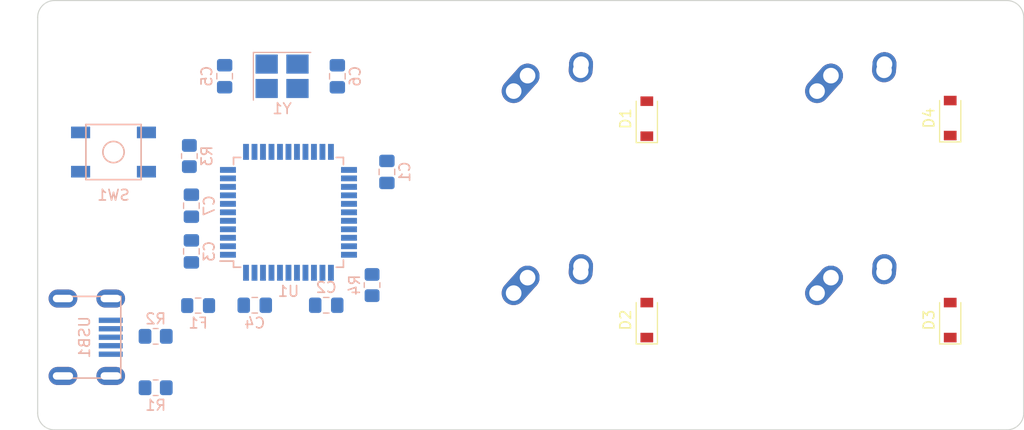
<source format=kicad_pcb>
(kicad_pcb (version 20211014) (generator pcbnew)
  (layers (0 "F.Cu" signal) (31 "B.Cu" signal) (34 "B.Paste" user) (35 "F.Paste" user) (36 "B.SilkS" user "B.Silkscreen") (37 "F.SilkS" user "F.Silkscreen") (38 "B.Mask" user) (39 "F.Mask" user) (44 "Edge.Cuts" user))
  (net 0 "")
  (net 1 "+5V")
  (net 2 "GND")
  (net 3 "Net-(C5-Pad2)")
  (net 4 "Net-(C6-Pad2)")
  (net 5 "Net-(C7-Pad2)")
  (net 6 "ROW0")
  (net 7 "Net-(D1-Pad2)")
  (net 8 "ROW1")
  (net 9 "Net-(D2-Pad2)")
  (net 10 "Net-(D3-Pad2)")
  (net 11 "Net-(D4-Pad2)")
  (net 12 "VCC")
  (net 13 "COL0")
  (net 14 "COL1")
  (net 15 "D-")
  (net 16 "Net-(R1-Pad2)")
  (net 17 "Net-(R2-Pad1)")
  (net 18 "D+")
  (net 19 "Net-(R3-Pad2)")
  (net 20 "Net-(R4-Pad1)")
  (footprint "Diode_SMD:D_SOD-123" (layer "F.Cu") (at 184.37225 105.537 90)
    (fp_text reference "D3" (at 0 -2 90) (layer "F.SilkS"))
    (fp_text value "D_Small")
    (fp_line (start -2.25 -1) (end 1.65 -1) (layer "F.SilkS") (width 0.12))
    (fp_line (start -2.25 1) (end 1.65 1) (layer "F.SilkS") (width 0.12))
    (fp_line (start -2.25 -1) (end -2.25 1) (layer "F.SilkS") (width 0.12))
    (pad "1" smd rect (at -1.65 0 90) (size 0.9 1.2) (layers "F.Cu" "F.Paste" "F.Mask") (net 8 "ROW1"))
    (pad "2" smd rect (at 1.65 0 90) (size 0.9 1.2) (layers "F.Cu" "F.Paste" "F.Mask") (net 10 "Net-(D3-Pad2)"))
  )
  (footprint "Diode_SMD:D_SOD-123" (layer "F.Cu") (at 155.79725 105.537 90)
    (fp_text reference "D2" (at 0 -2 90) (layer "F.SilkS"))
    (fp_text value "D_Small")
    (fp_line (start -2.25 -1) (end -2.25 1) (layer "F.SilkS") (width 0.12))
    (fp_line (start -2.25 1) (end 1.65 1) (layer "F.SilkS") (width 0.12))
    (fp_line (start -2.25 -1) (end 1.65 -1) (layer "F.SilkS") (width 0.12))
    (pad "1" smd rect (at -1.65 0 90) (size 0.9 1.2) (layers "F.Cu" "F.Paste" "F.Mask") (net 8 "ROW1"))
    (pad "2" smd rect (at 1.65 0 90) (size 0.9 1.2) (layers "F.Cu" "F.Paste" "F.Mask") (net 9 "Net-(D2-Pad2)"))
  )
  (footprint "MX_Alps_Hybrid:MX-1.5U-NoLED" (layer "F.Cu") (at 147.066 86.487)
    (fp_text reference "MX1")
    (fp_text value "MX-NoLED")
    (pad "" np_thru_hole circle locked (at 5.08 0 48.0996) (size 1.75 1.75) (drill 1.75) (layers *.Cu *.Mask))
    (pad "" np_thru_hole circle locked (at -5.08 0 48.0996) (size 1.75 1.75) (drill 1.75) (layers *.Cu *.Mask))
    (pad "" np_thru_hole circle locked (at 0 0) (size 3.9878 3.9878) (drill 3.9878) (layers *.Cu *.Mask))
    (pad "1" thru_hole oval locked (at -3.81 -2.54 48.0996) (size 4.211556 2.25) (drill 1.47 (offset 0.980778 0)) (layers *.Cu "B.Mask") (net 13 "COL0"))
    (pad "1" thru_hole circle locked (at -2.5 -4) (size 2.25 2.25) (drill 1.47) (layers *.Cu "B.Mask") (net 13 "COL0"))
    (pad "2" thru_hole circle locked (at 2.54 -5.08) (size 2.25 2.25) (drill 1.47) (layers *.Cu "B.Mask") (net 7 "Net-(D1-Pad2)"))
    (pad "2" thru_hole oval locked (at 2.5 -4.5 86.0548) (size 2.831378 2.25) (drill 1.47 (offset 0.290689 0)) (layers *.Cu "B.Mask") (net 7 "Net-(D1-Pad2)"))
  )
  (footprint "MX_Alps_Hybrid:MX-1.5U-NoLED" (layer "F.Cu") (at 147.066 105.537)
    (fp_text reference "MX3")
    (fp_text value "MX-NoLED")
    (pad "" np_thru_hole circle locked (at -5.08 0 48.0996) (size 1.75 1.75) (drill 1.75) (layers *.Cu *.Mask))
    (pad "" np_thru_hole circle locked (at 0 0) (size 3.9878 3.9878) (drill 3.9878) (layers *.Cu *.Mask))
    (pad "" np_thru_hole circle locked (at 5.08 0 48.0996) (size 1.75 1.75) (drill 1.75) (layers *.Cu *.Mask))
    (pad "1" thru_hole circle locked (at -2.5 -4) (size 2.25 2.25) (drill 1.47) (layers *.Cu "B.Mask") (net 14 "COL1"))
    (pad "1" thru_hole oval locked (at -3.81 -2.54 48.0996) (size 4.211556 2.25) (drill 1.47 (offset 0.980778 0)) (layers *.Cu "B.Mask") (net 14 "COL1"))
    (pad "2" thru_hole oval locked (at 2.5 -4.5 86.0548) (size 2.831378 2.25) (drill 1.47 (offset 0.290689 0)) (layers *.Cu "B.Mask") (net 11 "Net-(D4-Pad2)"))
    (pad "2" thru_hole circle locked (at 2.54 -5.08) (size 2.25 2.25) (drill 1.47) (layers *.Cu "B.Mask") (net 11 "Net-(D4-Pad2)"))
  )
  (footprint "Diode_SMD:D_SOD-123" (layer "F.Cu") (at 155.79725 86.5495 90)
    (fp_text reference "D1" (at 0 -2 90) (layer "F.SilkS"))
    (fp_text value "D_Small")
    (fp_line (start -2.25 -1) (end 1.65 -1) (layer "F.SilkS") (width 0.12))
    (fp_line (start -2.25 1) (end 1.65 1) (layer "F.SilkS") (width 0.12))
    (fp_line (start -2.25 -1) (end -2.25 1) (layer "F.SilkS") (width 0.12))
    (pad "1" smd rect (at -1.65 0 90) (size 0.9 1.2) (layers "F.Cu" "F.Paste" "F.Mask") (net 6 "ROW0"))
    (pad "2" smd rect (at 1.65 0 90) (size 0.9 1.2) (layers "F.Cu" "F.Paste" "F.Mask") (net 7 "Net-(D1-Pad2)"))
  )
  (footprint "MX_Alps_Hybrid:MX-1.5U-NoLED" (layer "F.Cu") (at 175.641 105.537)
    (fp_text reference "MX4")
    (fp_text value "MX-NoLED")
    (pad "" np_thru_hole circle locked (at -5.08 0 48.0996) (size 1.75 1.75) (drill 1.75) (layers *.Cu *.Mask))
    (pad "" np_thru_hole circle locked (at 5.08 0 48.0996) (size 1.75 1.75) (drill 1.75) (layers *.Cu *.Mask))
    (pad "" np_thru_hole circle locked (at 0 0) (size 3.9878 3.9878) (drill 3.9878) (layers *.Cu *.Mask))
    (pad "1" thru_hole oval locked (at -3.81 -2.54 48.0996) (size 4.211556 2.25) (drill 1.47 (offset 0.980778 0)) (layers *.Cu "B.Mask") (net 14 "COL1"))
    (pad "1" thru_hole circle locked (at -2.5 -4) (size 2.25 2.25) (drill 1.47) (layers *.Cu "B.Mask") (net 14 "COL1"))
    (pad "2" thru_hole oval locked (at 2.5 -4.5 86.0548) (size 2.831378 2.25) (drill 1.47 (offset 0.290689 0)) (layers *.Cu "B.Mask") (net 10 "Net-(D3-Pad2)"))
    (pad "2" thru_hole circle locked (at 2.54 -5.08) (size 2.25 2.25) (drill 1.47) (layers *.Cu "B.Mask") (net 10 "Net-(D3-Pad2)"))
  )
  (footprint "Diode_SMD:D_SOD-123" (layer "F.Cu") (at 184.37225 86.487 90)
    (fp_text reference "D4" (at 0 -2 90) (layer "F.SilkS"))
    (fp_text value "D_Small")
    (fp_line (start -2.25 -1) (end -2.25 1) (layer "F.SilkS") (width 0.12))
    (fp_line (start -2.25 1) (end 1.65 1) (layer "F.SilkS") (width 0.12))
    (fp_line (start -2.25 -1) (end 1.65 -1) (layer "F.SilkS") (width 0.12))
    (pad "1" smd rect (at -1.65 0 90) (size 0.9 1.2) (layers "F.Cu" "F.Paste" "F.Mask") (net 6 "ROW0"))
    (pad "2" smd rect (at 1.65 0 90) (size 0.9 1.2) (layers "F.Cu" "F.Paste" "F.Mask") (net 11 "Net-(D4-Pad2)"))
  )
  (footprint "MX_Alps_Hybrid:MX-1.5U-NoLED" (layer "F.Cu") (at 175.641 86.487)
    (fp_text reference "MX2")
    (fp_text value "MX-NoLED")
    (pad "" np_thru_hole circle locked (at -5.08 0 48.0996) (size 1.75 1.75) (drill 1.75) (layers *.Cu *.Mask))
    (pad "" np_thru_hole circle locked (at 5.08 0 48.0996) (size 1.75 1.75) (drill 1.75) (layers *.Cu *.Mask))
    (pad "" np_thru_hole circle locked (at 0 0) (size 3.9878 3.9878) (drill 3.9878) (layers *.Cu *.Mask))
    (pad "1" thru_hole circle locked (at -2.5 -4) (size 2.25 2.25) (drill 1.47) (layers *.Cu "B.Mask") (net 13 "COL0"))
    (pad "1" thru_hole oval locked (at -3.81 -2.54 48.0996) (size 4.211556 2.25) (drill 1.47 (offset 0.980778 0)) (layers *.Cu "B.Mask") (net 13 "COL0"))
    (pad "2" thru_hole circle locked (at 2.54 -5.08) (size 2.25 2.25) (drill 1.47) (layers *.Cu "B.Mask") (net 9 "Net-(D2-Pad2)"))
    (pad "2" thru_hole oval locked (at 2.5 -4.5 86.0548) (size 2.831378 2.25) (drill 1.47 (offset 0.290689 0)) (layers *.Cu "B.Mask") (net 9 "Net-(D2-Pad2)"))
  )
  (footprint "Crystal:Crystal_SMD_3225-4Pin_3.2x2.5mm_HandSoldering" (layer "B.Cu") (at 121.44375 82.55)
    (fp_text reference "Y1" (at 0 3.05) (layer "B.SilkS") (effects (justify mirror)))
    (fp_text value "Crystal_GND24_Small")
    (fp_line (start -2.7 -2.25) (end 2.7 -2.25) (layer "B.SilkS") (width 0.12))
    (fp_line (start -2.7 2.25) (end -2.7 -2.25) (layer "B.SilkS") (width 0.12))
    (pad "1" smd rect (at -1.45 -1.15) (size 2.1 1.8) (layers "B.Cu" "B.Paste" "B.Mask") (net 2 "GND"))
    (pad "2" smd rect (at 1.45 -1.15) (size 2.1 1.8) (layers "B.Cu" "B.Paste" "B.Mask") (net 4 "Net-(C6-Pad2)"))
    (pad "3" smd rect (at 1.45 1.15) (size 2.1 1.8) (layers "B.Cu" "B.Paste" "B.Mask") (net 2 "GND"))
    (pad "4" smd rect (at -1.45 1.15) (size 2.1 1.8) (layers "B.Cu" "B.Paste" "B.Mask") (net 3 "Net-(C5-Pad2)"))
  )
  (footprint "Capacitor_SMD:C_0805_2012Metric_Pad1.18x1.45mm_HandSolder" (layer "B.Cu") (at 112.903 99.06 90)
    (fp_text reference "C3" (at 0 1.68 90) (layer "B.SilkS") (effects (justify mirror)))
    (fp_text value "0.1uF")
    (fp_line (start -0.261252 0.735) (end 0.261252 0.735) (layer "B.SilkS") (width 0.12))
    (fp_line (start -0.261252 -0.735) (end 0.261252 -0.735) (layer "B.SilkS") (width 0.12))
    (pad "1" smd roundrect (at -1.0375 0 90) (size 1.175 1.45) (layers "B.Cu" "B.Paste" "B.Mask") (roundrect_rratio 0.212766) (net 1 "+5V"))
    (pad "2" smd roundrect (at 1.0375 0 90) (size 1.175 1.45) (layers "B.Cu" "B.Paste" "B.Mask") (roundrect_rratio 0.212766) (net 2 "GND"))
  )
  (footprint "Resistor_SMD:R_0805_2012Metric_Pad1.20x1.40mm_HandSolder" (layer "B.Cu") (at 112.7125 90.06875 90)
    (fp_text reference "R3" (at 0 1.65 90) (layer "B.SilkS") (effects (justify mirror)))
    (fp_text value "10k")
    (fp_line (start -0.227064 -0.735) (end 0.227064 -0.735) (layer "B.SilkS") (width 0.12))
    (fp_line (start -0.227064 0.735) (end 0.227064 0.735) (layer "B.SilkS") (width 0.12))
    (pad "1" smd roundrect (at -1 0 90) (size 1.2 1.4) (layers "B.Cu" "B.Paste" "B.Mask") (roundrect_rratio 0.208333) (net 1 "+5V"))
    (pad "2" smd roundrect (at 1 0 90) (size 1.2 1.4) (layers "B.Cu" "B.Paste" "B.Mask") (roundrect_rratio 0.208333) (net 19 "Net-(R3-Pad2)"))
  )
  (footprint "Resistor_SMD:R_0805_2012Metric_Pad1.20x1.40mm_HandSolder" (layer "B.Cu") (at 129.921 102.235 -90)
    (fp_text reference "R4" (at 0 1.65 90) (layer "B.SilkS") (effects (justify mirror)))
    (fp_text value "10k")
    (fp_line (start -0.227064 0.735) (end 0.227064 0.735) (layer "B.SilkS") (width 0.12))
    (fp_line (start -0.227064 -0.735) (end 0.227064 -0.735) (layer "B.SilkS") (width 0.12))
    (pad "1" smd roundrect (at -1 0 270) (size 1.2 1.4) (layers "B.Cu" "B.Paste" "B.Mask") (roundrect_rratio 0.208333) (net 20 "Net-(R4-Pad1)"))
    (pad "2" smd roundrect (at 1 0 270) (size 1.2 1.4) (layers "B.Cu" "B.Paste" "B.Mask") (roundrect_rratio 0.208333) (net 2 "GND"))
  )
  (footprint "Capacitor_SMD:C_0805_2012Metric_Pad1.18x1.45mm_HandSolder" (layer "B.Cu") (at 131.318 91.567 90)
    (fp_text reference "C1" (at 0 1.68 90) (layer "B.SilkS") (effects (justify mirror)))
    (fp_text value "0.1uF")
    (fp_line (start -0.261252 0.735) (end 0.261252 0.735) (layer "B.SilkS") (width 0.12))
    (fp_line (start -0.261252 -0.735) (end 0.261252 -0.735) (layer "B.SilkS") (width 0.12))
    (pad "1" smd roundrect (at -1.0375 0 90) (size 1.175 1.45) (layers "B.Cu" "B.Paste" "B.Mask") (roundrect_rratio 0.212766) (net 1 "+5V"))
    (pad "2" smd roundrect (at 1.0375 0 90) (size 1.175 1.45) (layers "B.Cu" "B.Paste" "B.Mask") (roundrect_rratio 0.212766) (net 2 "GND"))
  )
  (footprint "Capacitor_SMD:C_0805_2012Metric_Pad1.18x1.45mm_HandSolder" (layer "B.Cu") (at 116.03575 82.543 -90)
    (fp_text reference "C5" (at 0 1.68 90) (layer "B.SilkS") (effects (justify mirror)))
    (fp_text value "22pF")
    (fp_line (start -0.261252 0.735) (end 0.261252 0.735) (layer "B.SilkS") (width 0.12))
    (fp_line (start -0.261252 -0.735) (end 0.261252 -0.735) (layer "B.SilkS") (width 0.12))
    (pad "1" smd roundrect (at -1.0375 0 270) (size 1.175 1.45) (layers "B.Cu" "B.Paste" "B.Mask") (roundrect_rratio 0.212766) (net 2 "GND"))
    (pad "2" smd roundrect (at 1.0375 0 270) (size 1.175 1.45) (layers "B.Cu" "B.Paste" "B.Mask") (roundrect_rratio 0.212766) (net 3 "Net-(C5-Pad2)"))
  )
  (footprint "Capacitor_SMD:C_0805_2012Metric_Pad1.18x1.45mm_HandSolder" (layer "B.Cu") (at 118.872 104.14)
    (fp_text reference "C4" (at 0 1.68) (layer "B.SilkS") (effects (justify mirror)))
    (fp_text value "10uF")
    (fp_line (start -0.261252 -0.735) (end 0.261252 -0.735) (layer "B.SilkS") (width 0.12))
    (fp_line (start -0.261252 0.735) (end 0.261252 0.735) (layer "B.SilkS") (width 0.12))
    (pad "1" smd roundrect (at -1.0375 0) (size 1.175 1.45) (layers "B.Cu" "B.Paste" "B.Mask") (roundrect_rratio 0.212766) (net 1 "+5V"))
    (pad "2" smd roundrect (at 1.0375 0) (size 1.175 1.45) (layers "B.Cu" "B.Paste" "B.Mask") (roundrect_rratio 0.212766) (net 2 "GND"))
  )
  (footprint "Resistor_SMD:R_0805_2012Metric_Pad1.20x1.40mm_HandSolder" (layer "B.Cu") (at 109.5375 111.91875)
    (fp_text reference "R1" (at 0 1.65) (layer "B.SilkS") (effects (justify mirror)))
    (fp_text value "22")
    (fp_line (start -0.227064 0.735) (end 0.227064 0.735) (layer "B.SilkS") (width 0.12))
    (fp_line (start -0.227064 -0.735) (end 0.227064 -0.735) (layer "B.SilkS") (width 0.12))
    (pad "1" smd roundrect (at -1 0) (size 1.2 1.4) (layers "B.Cu" "B.Paste" "B.Mask") (roundrect_rratio 0.208333) (net 15 "D-"))
    (pad "2" smd roundrect (at 1 0) (size 1.2 1.4) (layers "B.Cu" "B.Paste" "B.Mask") (roundrect_rratio 0.208333) (net 16 "Net-(R1-Pad2)"))
  )
  (footprint "random-keyboard-parts:Molex-0548190589" (layer "B.Cu") (at 100.80625 107.15625)
    (fp_text reference "USB1" (at 2.032 0 90) (layer "B.SilkS") (effects (justify mirror)))
    (fp_text value "Molex-0548190589")
    (fp_line (start 5.45 3.85) (end 5.45 -3.85) (layer "B.SilkS") (width 0.15))
    (fp_line (start 0 -3.85) (end 5.45 -3.85) (layer "B.SilkS") (width 0.15))
    (fp_line (start 0 3.85) (end 5.45 3.85) (layer "B.SilkS") (width 0.15))
    (pad "1" smd rect locked (at 4.5 -1.6) (size 2.25 0.5) (layers "B.Cu" "B.Paste" "B.Mask") (net 2 "GND"))
    (pad "2" smd rect locked (at 4.5 -0.8) (size 2.25 0.5) (layers "B.Cu" "B.Paste" "B.Mask"))
    (pad "3" smd rect locked (at 4.5 0) (size 2.25 0.5) (layers "B.Cu" "B.Paste" "B.Mask") (net 18 "D+"))
    (pad "4" smd rect locked (at 4.5 0.8) (size 2.25 0.5) (layers "B.Cu" "B.Paste" "B.Mask") (net 15 "D-"))
    (pad "5" smd rect locked (at 4.5 1.6) (size 2.25 0.5) (layers "B.Cu" "B.Paste" "B.Mask") (net 12 "VCC"))
    (pad "6" thru_hole oval locked (at 0 -3.65) (size 2.7 1.7) (drill oval 1.9 0.7) (layers *.Cu *.Mask) (net 2 "GND"))
    (pad "6" thru_hole oval locked (at 0 3.65) (size 2.7 1.7) (drill oval 1.9 0.7) (layers *.Cu *.Mask) (net 2 "GND"))
    (pad "6" thru_hole oval locked (at 4.5 -3.65) (size 2.7 1.7) (drill oval 1.9 0.7) (layers *.Cu *.Mask) (net 2 "GND"))
    (pad "6" thru_hole oval locked (at 4.5 3.65) (size 2.7 1.7) (drill oval 1.9 0.7) (layers *.Cu *.Mask) (net 2 "GND"))
  )
  (footprint "Capacitor_SMD:C_0805_2012Metric_Pad1.18x1.45mm_HandSolder" (layer "B.Cu") (at 126.65075 82.55 90)
    (fp_text reference "C6" (at 0 1.68 90) (layer "B.SilkS") (effects (justify mirror)))
    (fp_text value "22pF")
    (fp_line (start -0.261252 -0.735) (end 0.261252 -0.735) (layer "B.SilkS") (width 0.12))
    (fp_line (start -0.261252 0.735) (end 0.261252 0.735) (layer "B.SilkS") (width 0.12))
    (pad "1" smd roundrect (at -1.0375 0 90) (size 1.175 1.45) (layers "B.Cu" "B.Paste" "B.Mask") (roundrect_rratio 0.212766) (net 2 "GND"))
    (pad "2" smd roundrect (at 1.0375 0 90) (size 1.175 1.45) (layers "B.Cu" "B.Paste" "B.Mask") (roundrect_rratio 0.212766) (net 4 "Net-(C6-Pad2)"))
  )
  (footprint "Fuse:Fuse_0805_2012Metric_Pad1.15x1.40mm_HandSolder" (layer "B.Cu") (at 113.538 104.17175)
    (fp_text reference "F1" (at 0 1.65) (layer "B.SilkS") (effects (justify mirror)))
    (fp_text value "500mA")
    (fp_line (start -0.261252 0.71) (end 0.261252 0.71) (layer "B.SilkS") (width 0.12))
    (fp_line (start -0.261252 -0.71) (end 0.261252 -0.71) (layer "B.SilkS") (width 0.12))
    (pad "1" smd roundrect (at -1.025 0) (size 1.15 1.4) (layers "B.Cu" "B.Paste" "B.Mask") (roundrect_rratio 0.217391) (net 12 "VCC"))
    (pad "2" smd roundrect (at 1.025 0) (size 1.15 1.4) (layers "B.Cu" "B.Paste" "B.Mask") (roundrect_rratio 0.217391) (net 1 "+5V"))
  )
  (footprint "random-keyboard-parts:SKQG-1155865" (layer "B.Cu") (at 105.56875 89.69375 180)
    (fp_text reference "SW1" (at 0 -4.064) (layer "B.SilkS") (effects (justify mirror)))
    (fp_text value "SW_Push")
    (fp_line (start 2.6 2.6) (end 2.6 -2.6) (layer "B.SilkS") (width 0.15))
    (fp_line (start 2.6 -2.6) (end -2.6 -2.6) (layer "B.SilkS") (width 0.15))
    (fp_line (start -2.6 2.6) (end 2.6 2.6) (layer "B.SilkS") (width 0.15))
    (fp_line (start -2.6 -2.6) (end -2.6 2.6) (layer "B.SilkS") (width 0.15))
    (fp_circle (center 0 0) (end 1 0) (layer "B.SilkS") (width 0.15) (fill none))
    (pad "1" smd rect locked (at 3.1 -1.85 180) (size 1.8 1.1) (layers "B.Cu" "B.Paste" "B.Mask") (net 2 "GND"))
    (pad "2" smd rect locked (at -3.1 1.85 180) (size 1.8 1.1) (layers "B.Cu" "B.Paste" "B.Mask") (net 19 "Net-(R3-Pad2)"))
    (pad "3" smd rect locked (at 3.1 1.85 180) (size 1.8 1.1) (layers "B.Cu" "B.Paste" "B.Mask"))
    (pad "4" smd rect locked (at -3.1 -1.85 180) (size 1.8 1.1) (layers "B.Cu" "B.Paste" "B.Mask"))
  )
  (footprint "Capacitor_SMD:C_0805_2012Metric_Pad1.18x1.45mm_HandSolder" (layer "B.Cu") (at 125.603 104.14 180)
    (fp_text reference "C2" (at 0 1.68) (layer "B.SilkS") (effects (justify mirror)))
    (fp_text value "0.1uF")
    (fp_line (start -0.261252 -0.735) (end 0.261252 -0.735) (layer "B.SilkS") (width 0.12))
    (fp_line (start -0.261252 0.735) (end 0.261252 0.735) (layer "B.SilkS") (width 0.12))
    (pad "1" smd roundrect (at -1.0375 0 180) (size 1.175 1.45) (layers "B.Cu" "B.Paste" "B.Mask") (roundrect_rratio 0.212766) (net 1 "+5V"))
    (pad "2" smd roundrect (at 1.0375 0 180) (size 1.175 1.45) (layers "B.Cu" "B.Paste" "B.Mask") (roundrect_rratio 0.212766) (net 2 "GND"))
  )
  (footprint "Resistor_SMD:R_0805_2012Metric_Pad1.20x1.40mm_HandSolder" (layer "B.Cu") (at 109.5375 107.071 180)
    (fp_text reference "R2" (at 0 1.65) (layer "B.SilkS") (effects (justify mirror)))
    (fp_text value "22")
    (fp_line (start -0.227064 -0.735) (end 0.227064 -0.735) (layer "B.SilkS") (width 0.12))
    (fp_line (start -0.227064 0.735) (end 0.227064 0.735) (layer "B.SilkS") (width 0.12))
    (pad "1" smd roundrect (at -1 0 180) (size 1.2 1.4) (layers "B.Cu" "B.Paste" "B.Mask") (roundrect_rratio 0.208333) (net 17 "Net-(R2-Pad1)"))
    (pad "2" smd roundrect (at 1 0 180) (size 1.2 1.4) (layers "B.Cu" "B.Paste" "B.Mask") (roundrect_rratio 0.208333) (net 18 "D+"))
  )
  (footprint "Capacitor_SMD:C_0805_2012Metric_Pad1.18x1.45mm_HandSolder" (layer "B.Cu") (at 112.903 94.75225 90)
    (fp_text reference "C7" (at 0 1.68 90) (layer "B.SilkS") (effects (justify mirror)))
    (fp_text value "1uF")
    (fp_line (start -0.261252 0.735) (end 0.261252 0.735) (layer "B.SilkS") (width 0.12))
    (fp_line (start -0.261252 -0.735) (end 0.261252 -0.735) (layer "B.SilkS") (width 0.12))
    (pad "1" smd roundrect (at -1.0375 0 90) (size 1.175 1.45) (layers "B.Cu" "B.Paste" "B.Mask") (roundrect_rratio 0.212766) (net 2 "GND"))
    (pad "2" smd roundrect (at 1.0375 0 90) (size 1.175 1.45) (layers "B.Cu" "B.Paste" "B.Mask") (roundrect_rratio 0.212766) (net 5 "Net-(C7-Pad2)"))
  )
  (footprint "Package_QFP:TQFP-44_10x10mm_P0.8mm" (layer "B.Cu") (at 122.047 95.377)
    (fp_text reference "U1" (at 0 7.45) (layer "B.SilkS") (effects (justify mirror)))
    (fp_text value "ATmega32U4-A")
    (fp_line (start -5.175 4.6) (end -6.45 4.6) (layer "B.SilkS") (width 0.15))
    (fp_line (start -5.175 5.175) (end -5.175 4.6) (layer "B.SilkS") (width 0.15))
    (fp_line (start -5.175 -5.175) (end -5.175 -4.5) (layer "B.SilkS") (width 0.15))
    (fp_line (start 5.175 -5.175) (end 4.5 -5.175) (layer "B.SilkS") (width 0.15))
    (fp_line (start 5.175 5.175) (end 4.5 5.175) (layer "B.SilkS") (width 0.15))
    (fp_line (start 5.175 5.175) (end 5.175 4.5) (layer "B.SilkS") (width 0.15))
    (fp_line (start -5.175 5.175) (end -4.5 5.175) (layer "B.SilkS") (width 0.15))
    (fp_line (start 5.175 -5.175) (end 5.175 -4.5) (layer "B.SilkS") (width 0.15))
    (fp_line (start -5.175 -5.175) (end -4.5 -5.175) (layer "B.SilkS") (width 0.15))
    (pad "1" smd rect (at -5.7 4) (size 1.5 0.55) (layers "B.Cu" "B.Paste" "B.Mask"))
    (pad "2" smd rect (at -5.7 3.2) (size 1.5 0.55) (layers "B.Cu" "B.Paste" "B.Mask") (net 1 "+5V"))
    (pad "3" smd rect (at -5.7 2.4) (size 1.5 0.55) (layers "B.Cu" "B.Paste" "B.Mask") (net 16 "Net-(R1-Pad2)"))
    (pad "4" smd rect (at -5.7 1.6) (size 1.5 0.55) (layers "B.Cu" "B.Paste" "B.Mask") (net 17 "Net-(R2-Pad1)"))
    (pad "5" smd rect (at -5.7 0.8) (size 1.5 0.55) (layers "B.Cu" "B.Paste" "B.Mask") (net 2 "GND"))
    (pad "6" smd rect (at -5.7 0) (size 1.5 0.55) (layers "B.Cu" "B.Paste" "B.Mask") (net 5 "Net-(C7-Pad2)"))
    (pad "7" smd rect (at -5.7 -0.8) (size 1.5 0.55) (layers "B.Cu" "B.Paste" "B.Mask") (net 1 "+5V"))
    (pad "8" smd rect (at -5.7 -1.6) (size 1.5 0.55) (layers "B.Cu" "B.Paste" "B.Mask"))
    (pad "9" smd rect (at -5.7 -2.4) (size 1.5 0.55) (layers "B.Cu" "B.Paste" "B.Mask"))
    (pad "10" smd rect (at -5.7 -3.2) (size 1.5 0.55) (layers "B.Cu" "B.Paste" "B.Mask"))
    (pad "11" smd rect (at -5.7 -4) (size 1.5 0.55) (layers "B.Cu" "B.Paste" "B.Mask"))
    (pad "12" smd rect (at -4 -5.7 270) (size 1.5 0.55) (layers "B.Cu" "B.Paste" "B.Mask"))
    (pad "13" smd rect (at -3.2 -5.7 270) (size 1.5 0.55) (layers "B.Cu" "B.Paste" "B.Mask") (net 19 "Net-(R3-Pad2)"))
    (pad "14" smd rect (at -2.4 -5.7 270) (size 1.5 0.55) (layers "B.Cu" "B.Paste" "B.Mask") (net 1 "+5V"))
    (pad "15" smd rect (at -1.6 -5.7 270) (size 1.5 0.55) (layers "B.Cu" "B.Paste" "B.Mask") (net 2 "GND"))
    (pad "16" smd rect (at -0.8 -5.7 270) (size 1.5 0.55) (layers "B.Cu" "B.Paste" "B.Mask") (net 4 "Net-(C6-Pad2)"))
    (pad "17" smd rect (at 0 -5.7 270) (size 1.5 0.55) (layers "B.Cu" "B.Paste" "B.Mask") (net 3 "Net-(C5-Pad2)"))
    (pad "18" smd rect (at 0.8 -5.7 270) (size 1.5 0.55) (layers "B.Cu" "B.Paste" "B.Mask"))
    (pad "19" smd rect (at 1.6 -5.7 270) (size 1.5 0.55) (layers "B.Cu" "B.Paste" "B.Mask"))
    (pad "20" smd rect (at 2.4 -5.7 270) (size 1.5 0.55) (layers "B.Cu" "B.Paste" "B.Mask"))
    (pad "21" smd rect (at 3.2 -5.7 270) (size 1.5 0.55) (layers "B.Cu" "B.Paste" "B.Mask"))
    (pad "22" smd rect (at 4 -5.7 270) (size 1.5 0.55) (layers "B.Cu" "B.Paste" "B.Mask"))
    (pad "23" smd rect (at 5.7 -4) (size 1.5 0.55) (layers "B.Cu" "B.Paste" "B.Mask") (net 2 "GND"))
    (pad "24" smd rect (at 5.7 -3.2) (size 1.5 0.55) (layers "B.Cu" "B.Paste" "B.Mask") (net 1 "+5V"))
    (pad "25" smd rect (at 5.7 -2.4) (size 1.5 0.55) (layers "B.Cu" "B.Paste" "B.Mask"))
    (pad "26" smd rect (at 5.7 -1.6) (size 1.5 0.55) (layers "B.Cu" "B.Paste" "B.Mask"))
    (pad "27" smd rect (at 5.7 -0.8) (size 1.5 0.55) (layers "B.Cu" "B.Paste" "B.Mask"))
    (pad "28" smd rect (at 5.7 0) (size 1.5 0.55) (layers "B.Cu" "B.Paste" "B.Mask"))
    (pad "29" smd rect (at 5.7 0.8) (size 1.5 0.55) (layers "B.Cu" "B.Paste" "B.Mask"))
    (pad "30" smd rect (at 5.7 1.6) (size 1.5 0.55) (layers "B.Cu" "B.Paste" "B.Mask"))
    (pad "31" smd rect (at 5.7 2.4) (size 1.5 0.55) (layers "B.Cu" "B.Paste" "B.Mask"))
    (pad "32" smd rect (at 5.7 3.2) (size 1.5 0.55) (layers "B.Cu" "B.Paste" "B.Mask"))
    (pad "33" smd rect (at 5.7 4) (size 1.5 0.55) (layers "B.Cu" "B.Paste" "B.Mask") (net 20 "Net-(R4-Pad1)"))
    (pad "34" smd rect (at 4 5.7 270) (size 1.5 0.55) (layers "B.Cu" "B.Paste" "B.Mask") (net 1 "+5V"))
    (pad "35" smd rect (at 3.2 5.7 270) (size 1.5 0.55) (layers "B.Cu" "B.Paste" "B.Mask") (net 2 "GND"))
    (pad "36" smd rect (at 2.4 5.7 270) (size 1.5 0.55) (layers "B.Cu" "B.Paste" "B.Mask"))
    (pad "37" smd rect (at 1.6 5.7 270) (size 1.5 0.55) (layers "B.Cu" "B.Paste" "B.Mask"))
    (pad "38" smd rect (at 0.8 5.7 270) (size 1.5 0.55) (layers "B.Cu" "B.Paste" "B.Mask"))
    (pad "39" smd rect (at 0 5.7 270) (size 1.5 0.55) (layers "B.Cu" "B.Paste" "B.Mask"))
    (pad "40" smd rect (at -0.8 5.7 270) (size 1.5 0.55) (layers "B.Cu" "B.Paste" "B.Mask"))
    (pad "41" smd rect (at -1.6 5.7 270) (size 1.5 0.55) (layers "B.Cu" "B.Paste" "B.Mask"))
    (pad "42" smd rect (at -2.4 5.7 270) (size 1.5 0.55) (layers "B.Cu" "B.Paste" "B.Mask"))
    (pad "43" smd rect (at -3.2 5.7 270) (size 1.5 0.55) (layers "B.Cu" "B.Paste" "B.Mask") (net 2 "GND"))
    (pad "44" smd rect (at -4 5.7 270) (size 1.5 0.55) (layers "B.Cu" "B.Paste" "B.Mask") (net 1 "+5V"))
  )
  (gr_arc (start 98.425 76.99375) (mid 98.889968 75.871218) (end 100.0125 75.40625) (layer "Edge.Cuts") (width 0.1))
  (gr_line (start 189.70625 115.8875) (end 188.9125 115.8875) (layer "Edge.Cuts") (width 0.1))
  (gr_line (start 98.425 114.3) (end 98.425 76.99375) (layer "Edge.Cuts") (width 0.1))
  (gr_arc (start 189.70625 75.40625) (mid 190.828782 75.871218) (end 191.29375 76.99375) (layer "Edge.Cuts") (width 0.1))
  (gr_arc (start 100.0125 115.8875) (mid 98.889968 115.422532) (end 98.425 114.3) (layer "Edge.Cuts") (width 0.1))
  (gr_line (start 100.0125 75.40625) (end 189.70625 75.40625) (layer "Edge.Cuts") (width 0.1))
  (gr_line (start 191.29375 114.3) (end 191.29375 76.99375) (layer "Edge.Cuts") (width 0.1))
  (gr_arc (start 191.29375 114.3) (mid 190.828782 115.422532) (end 189.70625 115.8875) (layer "Edge.Cuts") (width 0.1))
  (gr_line (start 188.9125 115.8875) (end 100.0125 115.8875) (layer "Edge.Cuts") (width 0.1))
)
</source>
